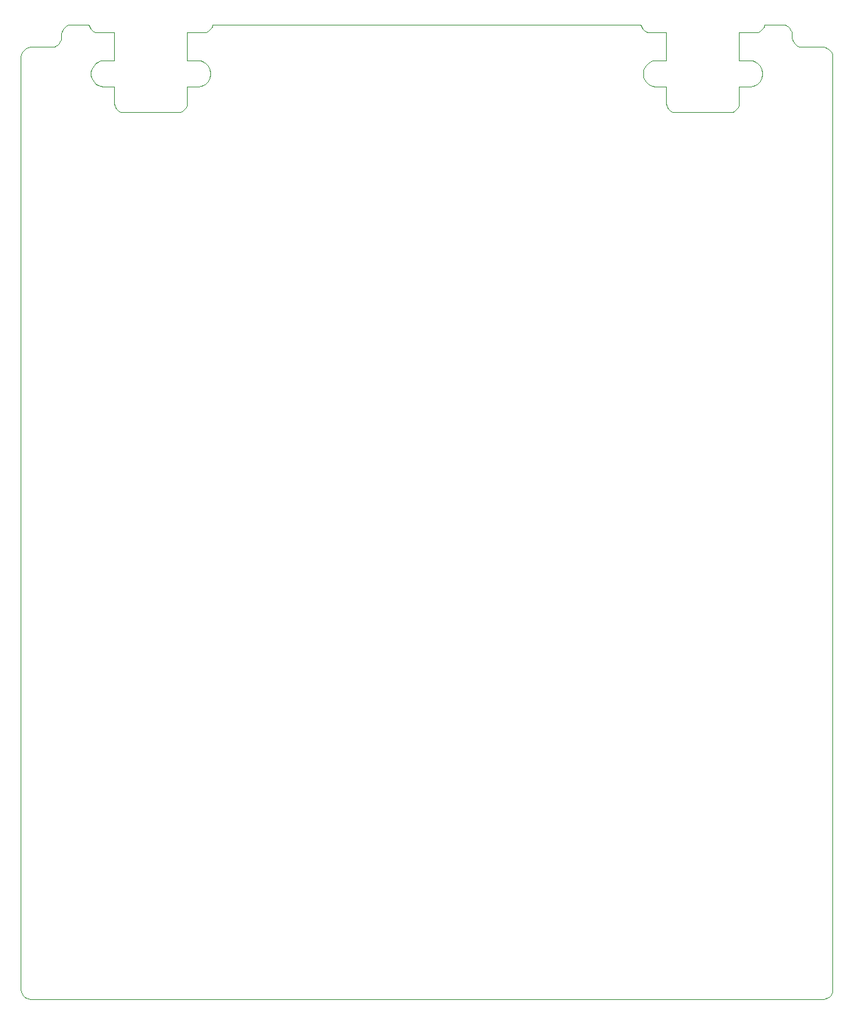
<source format=gbr>
%TF.GenerationSoftware,Altium Limited,Altium Designer,22.10.1 (41)*%
G04 Layer_Color=8388736*
%FSLAX45Y45*%
%MOMM*%
%TF.SameCoordinates,CC01BCFA-2ECF-4BF2-A349-93AF2CE8EC74*%
%TF.FilePolarity,Positive*%
%TF.FileFunction,Other,Board_Shape*%
%TF.Part,Single*%
G01*
G75*
%TA.AperFunction,NonConductor*%
%ADD51C,0.10000*%
D51*
X4385508Y12000000D02*
X4410044Y11995120D01*
X4161231Y12000000D02*
X4385508D01*
X4157965Y11983580D02*
X4161231Y12000000D01*
X4149070Y11962106D02*
X4157965Y11983580D01*
X4136157Y11942779D02*
X4149070Y11962106D01*
X4119721Y11926343D02*
X4136157Y11942779D01*
X4100394Y11913429D02*
X4119721Y11926343D01*
X4078919Y11904534D02*
X4100394Y11913429D01*
X4056122Y11900000D02*
X4078919Y11904534D01*
X3850000Y11900000D02*
X4056122D01*
X3850000Y11559100D02*
Y11900000D01*
Y11559100D02*
X3971500Y11559099D01*
X3987554Y11559100D01*
X4019045Y11552836D01*
X4048709Y11540548D01*
X4075406Y11522710D01*
X4098110Y11500006D01*
X4115949Y11473309D01*
X4128236Y11443645D01*
X4134500Y11412154D01*
X4134500Y11396100D02*
X4134500Y11412154D01*
X4134500Y11396100D02*
X4134500Y11380046D01*
X4128236Y11348554D02*
X4134500Y11380046D01*
X4115949Y11318890D02*
X4128236Y11348554D01*
X4098110Y11292193D02*
X4115949Y11318890D01*
X4075406Y11269489D02*
X4098110Y11292193D01*
X4048709Y11251651D02*
X4075406Y11269489D01*
X4019045Y11239364D02*
X4048709Y11251651D01*
X3987554Y11233100D02*
X4019045Y11239364D01*
X3971500Y11233100D02*
X3987554Y11233100D01*
X3971500D02*
Y11233100D01*
X3850000Y11233100D02*
X3971500D01*
X3850000Y11038000D02*
Y11233100D01*
Y11026377D02*
Y11038000D01*
X3845465Y11003580D02*
X3850000Y11026377D01*
X3836570Y10982106D02*
X3845465Y11003580D01*
X3823657Y10962779D02*
X3836570Y10982106D01*
X3807221Y10946343D02*
X3823657Y10962779D01*
X3787894Y10933429D02*
X3807221Y10946343D01*
X3766419Y10924534D02*
X3787894Y10933429D01*
X3743622Y10919999D02*
X3766419Y10924534D01*
X3732000Y10919999D02*
X3743622D01*
X3068000Y10920000D02*
X3732000Y10919999D01*
X3056378Y10920000D02*
X3068000Y10920000D01*
X3033581Y10924534D02*
X3056378Y10920000D01*
X3012106Y10933429D02*
X3033581Y10924534D01*
X2992779Y10946343D02*
X3012106Y10933429D01*
X2976343Y10962779D02*
X2992779Y10946343D01*
X2963430Y10982106D02*
X2976343Y10962779D01*
X2954535Y11003580D02*
X2963430Y10982106D01*
X2950000Y11026377D02*
X2954535Y11003580D01*
X2950000Y11026377D02*
X2950000Y11038000D01*
X2950000D02*
X2950000D01*
X2950000D02*
Y11233100D01*
X2828500Y11233100D02*
X2950000Y11233100D01*
X2812446D02*
X2828500Y11233100D01*
X2780955Y11239364D02*
X2812446Y11233100D01*
X2751291Y11251651D02*
X2780955Y11239364D01*
X2724593Y11269489D02*
X2751291Y11251651D01*
X2701890Y11292193D02*
X2724593Y11269489D01*
X2684051Y11318890D02*
X2701890Y11292193D01*
X2671764Y11348554D02*
X2684051Y11318890D01*
X2665500Y11380046D02*
X2671764Y11348554D01*
X2665500Y11380046D02*
X2665500Y11396100D01*
X2665500Y11412154D02*
X2665500Y11396100D01*
X2665500Y11412154D02*
X2671764Y11443645D01*
X2684051Y11473309D01*
X2701889Y11500006D01*
X2724593Y11522710D01*
X2751291Y11540548D01*
X2780955Y11552836D01*
X2812446Y11559100D01*
X2828500Y11559099D01*
Y11559100D01*
X2950000D01*
Y11900000D01*
X2743878D02*
X2950000D01*
X2721080Y11904534D02*
X2743878Y11900000D01*
X2699606Y11913429D02*
X2721080Y11904534D01*
X2680279Y11926343D02*
X2699606Y11913429D01*
X2663843Y11942779D02*
X2680279Y11926343D01*
X2650930Y11962106D02*
X2663843Y11942779D01*
X2642035Y11983580D02*
X2650930Y11962106D01*
X2638768Y12000000D02*
X2642035Y11983580D01*
X-2638769Y12000000D02*
X2638768D01*
X-2642035Y11983580D02*
X-2638769Y12000000D01*
X-2650930Y11962106D02*
X-2642035Y11983580D01*
X-2663844Y11942779D02*
X-2650930Y11962106D01*
X-2680279Y11926343D02*
X-2663844Y11942779D01*
X-2699606Y11913430D02*
X-2680279Y11926343D01*
X-2721081Y11904534D02*
X-2699606Y11913430D01*
X-2743878Y11900000D02*
X-2721081Y11904534D01*
X-2950000Y11900000D02*
X-2743878D01*
X-2950000Y11559100D02*
Y11900000D01*
Y11559100D02*
X-2828500Y11559100D01*
X-2812446Y11559100D01*
X-2780955Y11552836D01*
X-2751291Y11540549D01*
X-2724594Y11522710D01*
X-2701890Y11500006D01*
X-2684051Y11473309D01*
X-2671764Y11443645D01*
X-2665500Y11412154D01*
X-2665500Y11396100D02*
X-2665500Y11412154D01*
X-2665500Y11396100D02*
X-2665500Y11380046D01*
X-2671764Y11348555D02*
X-2665500Y11380046D01*
X-2684052Y11318890D02*
X-2671764Y11348555D01*
X-2701890Y11292194D02*
X-2684052Y11318890D01*
X-2724594Y11269490D02*
X-2701890Y11292194D01*
X-2751291Y11251651D02*
X-2724594Y11269490D01*
X-2780955Y11239364D02*
X-2751291Y11251651D01*
X-2812446Y11233100D02*
X-2780955Y11239364D01*
X-2828500Y11233100D02*
X-2812446Y11233100D01*
X-2828500D02*
Y11233100D01*
X-2950000Y11233100D02*
X-2828500D01*
X-2950000Y11038000D02*
Y11233100D01*
Y11026378D02*
Y11038000D01*
X-2954535Y11003580D02*
X-2950000Y11026378D01*
X-2963430Y10982106D02*
X-2954535Y11003580D01*
X-2976344Y10962779D02*
X-2963430Y10982106D01*
X-2992779Y10946343D02*
X-2976344Y10962779D01*
X-3012106Y10933429D02*
X-2992779Y10946343D01*
X-3033581Y10924534D02*
X-3012106Y10933429D01*
X-3056378Y10920000D02*
X-3033581Y10924534D01*
X-3068000Y10920000D02*
X-3056378D01*
X-3732000Y10920000D02*
X-3068000Y10920000D01*
X-3743622Y10920000D02*
X-3732000Y10920000D01*
X-3766419Y10924535D02*
X-3743622Y10920000D01*
X-3787894Y10933429D02*
X-3766419Y10924535D01*
X-3807221Y10946343D02*
X-3787894Y10933429D01*
X-3823657Y10962779D02*
X-3807221Y10946343D01*
X-3836570Y10982106D02*
X-3823657Y10962779D01*
X-3845466Y11003580D02*
X-3836570Y10982106D01*
X-3850000Y11026378D02*
X-3845466Y11003580D01*
X-3850000Y11026378D02*
X-3850000Y11038000D01*
X-3850000D02*
X-3850000D01*
X-3850000D02*
Y11233100D01*
X-3971500Y11233100D02*
X-3850000Y11233100D01*
X-3987554D02*
X-3971500Y11233100D01*
X-4019045Y11239364D02*
X-3987554Y11233100D01*
X-4048709Y11251651D02*
X-4019045Y11239364D01*
X-4075407Y11269490D02*
X-4048709Y11251651D01*
X-4098110Y11292193D02*
X-4075407Y11269490D01*
X-4115949Y11318890D02*
X-4098110Y11292193D01*
X-4128236Y11348555D02*
X-4115949Y11318890D01*
X-4134500Y11380046D02*
X-4128236Y11348555D01*
X-4134500Y11380046D02*
X-4134500Y11396100D01*
X-4134500Y11412154D02*
X-4134500Y11396100D01*
X-4134500Y11412154D02*
X-4128236Y11443645D01*
X-4115949Y11473309D01*
X-4098111Y11500006D01*
X-4075407Y11522711D01*
X-4048709Y11540549D01*
X-4019045Y11552836D01*
X-3987554Y11559100D01*
X-3971500Y11559100D01*
Y11559100D01*
X-3850000D01*
Y11900000D01*
X-4056122D02*
X-3850000D01*
X-4078920Y11904534D02*
X-4056122Y11900000D01*
X-4100394Y11913430D02*
X-4078920Y11904534D01*
X-4119721Y11926343D02*
X-4100394Y11913430D01*
X-4136157Y11942779D02*
X-4119721Y11926343D01*
X-4149070Y11962106D02*
X-4136157Y11942779D01*
X-4157966Y11983580D02*
X-4149070Y11962106D01*
X-4161232Y12000000D02*
X-4157966Y11983580D01*
X-4385508Y12000000D02*
X-4161232D01*
X-4410045Y11995120D02*
X-4385508Y12000000D01*
X-4433157Y11985546D02*
X-4410045Y11995120D01*
X-4453958Y11971647D02*
X-4433157Y11985546D01*
X-4471647Y11953958D02*
X-4453958Y11971647D01*
X-4485546Y11933157D02*
X-4471647Y11953958D01*
X-4495120Y11910045D02*
X-4485546Y11933157D01*
X-4500000Y11885508D02*
X-4495120Y11910045D01*
X-4500000Y11873000D02*
Y11885508D01*
X-4500000Y11850000D02*
X-4500000Y11873000D01*
X-4500612Y11837552D02*
X-4500000Y11850000D01*
X-4505469Y11813134D02*
X-4500612Y11837552D01*
X-4514996Y11790133D02*
X-4505469Y11813134D01*
X-4528828Y11769432D02*
X-4514996Y11790133D01*
X-4546432Y11751828D02*
X-4528828Y11769432D01*
X-4567133Y11737996D02*
X-4546432Y11751828D01*
X-4590134Y11728469D02*
X-4567133Y11737996D01*
X-4614552Y11723612D02*
X-4590134Y11728469D01*
X-4627000Y11723000D02*
X-4614552Y11723612D01*
X-4885508Y11723000D02*
X-4627000D01*
X-4910045Y11718120D02*
X-4885508Y11723000D01*
X-4933157Y11708546D02*
X-4910045Y11718120D01*
X-4953958Y11694647D02*
X-4933157Y11708546D01*
X-4971647Y11676958D02*
X-4953958Y11694647D01*
X-4985546Y11656157D02*
X-4971647Y11676958D01*
X-4995120Y11633045D02*
X-4985546Y11656157D01*
X-5000000Y11608508D02*
X-4995120Y11633045D01*
X-5000000Y11596000D02*
Y11608508D01*
Y127000D02*
Y11596000D01*
Y114492D02*
Y127000D01*
Y114492D02*
X-4995120Y89955D01*
X-4985546Y66843D01*
X-4971647Y46042D01*
X-4953958Y28352D01*
X-4933157Y14454D01*
X-4910045Y4880D01*
X-4885508Y0D01*
X4885508D01*
X4910044Y4880D01*
X4933157Y14454D01*
X4953958Y28352D01*
X4971647Y46042D01*
X4985546Y66843D01*
X4995119Y89955D01*
X5000000Y114492D01*
Y127000D01*
X4999999Y11596000D02*
X5000000Y127000D01*
X4999999Y11596000D02*
X4999999Y11608508D01*
X4995119Y11633045D02*
X4999999Y11608508D01*
X4985545Y11656157D02*
X4995119Y11633045D01*
X4971647Y11676958D02*
X4985545Y11656157D01*
X4953957Y11694647D02*
X4971647Y11676958D01*
X4933157Y11708546D02*
X4953957Y11694647D01*
X4910044Y11718120D02*
X4933157Y11708546D01*
X4885508Y11723000D02*
X4910044Y11718120D01*
X4873000Y11723000D02*
X4885508Y11723000D01*
X4627000Y11723000D02*
X4873000Y11723000D01*
X4614552Y11723612D02*
X4627000Y11723000D01*
X4590134Y11728469D02*
X4614552Y11723612D01*
X4567133Y11737996D02*
X4590134Y11728469D01*
X4546432Y11751828D02*
X4567133Y11737996D01*
X4528828Y11769432D02*
X4546432Y11751828D01*
X4514996Y11790133D02*
X4528828Y11769432D01*
X4505469Y11813134D02*
X4514996Y11790133D01*
X4500612Y11837552D02*
X4505469Y11813134D01*
X4500000Y11850000D02*
X4500612Y11837552D01*
X4500000Y11850000D02*
Y11873000D01*
Y11885508D01*
X4495119Y11910045D02*
X4500000Y11885508D01*
X4485546Y11933157D02*
X4495119Y11910045D01*
X4471647Y11953958D02*
X4485546Y11933157D01*
X4453958Y11971647D02*
X4471647Y11953958D01*
X4433157Y11985546D02*
X4453958Y11971647D01*
X4410044Y11995120D02*
X4433157Y11985546D01*
X4385508Y12000000D02*
X4410044Y11995120D01*
X4161231Y12000000D02*
X4385508D01*
X4157965Y11983580D02*
X4161231Y12000000D01*
X4149070Y11962106D02*
X4157965Y11983580D01*
X4136157Y11942779D02*
X4149070Y11962106D01*
X4119721Y11926343D02*
X4136157Y11942779D01*
X4100394Y11913429D02*
X4119721Y11926343D01*
X4078919Y11904534D02*
X4100394Y11913429D01*
X4056122Y11900000D02*
X4078919Y11904534D01*
X3850000Y11900000D02*
X4056122D01*
X3850000Y11559100D02*
Y11900000D01*
Y11559100D02*
X3971500Y11559099D01*
X3987554Y11559100D01*
X4019045Y11552836D01*
X4048709Y11540548D01*
X4075406Y11522710D01*
X4098110Y11500006D01*
X4115949Y11473309D01*
X4128236Y11443645D01*
X4134500Y11412154D01*
X4134500Y11396100D02*
X4134500Y11412154D01*
X4134500Y11396100D02*
X4134500Y11380046D01*
X4128236Y11348554D02*
X4134500Y11380046D01*
X4115949Y11318890D02*
X4128236Y11348554D01*
X4098110Y11292193D02*
X4115949Y11318890D01*
X4075406Y11269489D02*
X4098110Y11292193D01*
X4048709Y11251651D02*
X4075406Y11269489D01*
X4019045Y11239364D02*
X4048709Y11251651D01*
X3987554Y11233100D02*
X4019045Y11239364D01*
X3971500Y11233100D02*
X3987554Y11233100D01*
X3971500D02*
Y11233100D01*
X3850000Y11233100D02*
X3971500D01*
X3850000Y11038000D02*
Y11233100D01*
Y11026377D02*
Y11038000D01*
X3845465Y11003580D02*
X3850000Y11026377D01*
X3836570Y10982106D02*
X3845465Y11003580D01*
X3823657Y10962779D02*
X3836570Y10982106D01*
X3807221Y10946343D02*
X3823657Y10962779D01*
X3787894Y10933429D02*
X3807221Y10946343D01*
X3766419Y10924534D02*
X3787894Y10933429D01*
X3743622Y10919999D02*
X3766419Y10924534D01*
X3732000Y10919999D02*
X3743622D01*
X3068000Y10920000D02*
X3732000Y10919999D01*
X3056378Y10920000D02*
X3068000Y10920000D01*
X3033581Y10924534D02*
X3056378Y10920000D01*
X3012106Y10933429D02*
X3033581Y10924534D01*
X2992779Y10946343D02*
X3012106Y10933429D01*
X2976343Y10962779D02*
X2992779Y10946343D01*
X2963430Y10982106D02*
X2976343Y10962779D01*
X2954535Y11003580D02*
X2963430Y10982106D01*
X2950000Y11026377D02*
X2954535Y11003580D01*
X2950000Y11026377D02*
X2950000Y11038000D01*
X2950000D02*
X2950000D01*
X2950000D02*
Y11233100D01*
X2828500Y11233100D02*
X2950000Y11233100D01*
X2812446D02*
X2828500Y11233100D01*
X2780955Y11239364D02*
X2812446Y11233100D01*
X2751291Y11251651D02*
X2780955Y11239364D01*
X2724593Y11269489D02*
X2751291Y11251651D01*
X2701890Y11292193D02*
X2724593Y11269489D01*
X2684051Y11318890D02*
X2701890Y11292193D01*
X2671764Y11348554D02*
X2684051Y11318890D01*
X2665500Y11380046D02*
X2671764Y11348554D01*
X2665500Y11380046D02*
X2665500Y11396100D01*
X2665500Y11412154D02*
X2665500Y11396100D01*
X2665500Y11412154D02*
X2671764Y11443645D01*
X2684051Y11473309D01*
X2701889Y11500006D01*
X2724593Y11522710D01*
X2751291Y11540548D01*
X2780955Y11552836D01*
X2812446Y11559100D01*
X2828500Y11559099D01*
Y11559100D01*
X2950000D01*
Y11900000D01*
X2743878D02*
X2950000D01*
X2721080Y11904534D02*
X2743878Y11900000D01*
X2699606Y11913429D02*
X2721080Y11904534D01*
X2680279Y11926343D02*
X2699606Y11913429D01*
X2663843Y11942779D02*
X2680279Y11926343D01*
X2650930Y11962106D02*
X2663843Y11942779D01*
X2642035Y11983580D02*
X2650930Y11962106D01*
X2638768Y12000000D02*
X2642035Y11983580D01*
X-2638769Y12000000D02*
X2638768D01*
X-2642035Y11983580D02*
X-2638769Y12000000D01*
X-2650930Y11962106D02*
X-2642035Y11983580D01*
X-2663844Y11942779D02*
X-2650930Y11962106D01*
X-2680279Y11926343D02*
X-2663844Y11942779D01*
X-2699606Y11913430D02*
X-2680279Y11926343D01*
X-2721081Y11904534D02*
X-2699606Y11913430D01*
X-2743878Y11900000D02*
X-2721081Y11904534D01*
X-2950000Y11900000D02*
X-2743878D01*
X-2950000Y11559100D02*
Y11900000D01*
Y11559100D02*
X-2828500Y11559100D01*
X-2812446Y11559100D01*
X-2780955Y11552836D01*
X-2751291Y11540549D01*
X-2724594Y11522710D01*
X-2701890Y11500006D01*
X-2684051Y11473309D01*
X-2671764Y11443645D01*
X-2665500Y11412154D01*
X-2665500Y11396100D02*
X-2665500Y11412154D01*
X-2665500Y11396100D02*
X-2665500Y11380046D01*
X-2671764Y11348555D02*
X-2665500Y11380046D01*
X-2684052Y11318890D02*
X-2671764Y11348555D01*
X-2701890Y11292194D02*
X-2684052Y11318890D01*
X-2724594Y11269490D02*
X-2701890Y11292194D01*
X-2751291Y11251651D02*
X-2724594Y11269490D01*
X-2780955Y11239364D02*
X-2751291Y11251651D01*
X-2812446Y11233100D02*
X-2780955Y11239364D01*
X-2828500Y11233100D02*
X-2812446Y11233100D01*
X-2828500D02*
Y11233100D01*
X-2950000Y11233100D02*
X-2828500D01*
X-2950000Y11038000D02*
Y11233100D01*
Y11026378D02*
Y11038000D01*
X-2954535Y11003580D02*
X-2950000Y11026378D01*
X-2963430Y10982106D02*
X-2954535Y11003580D01*
X-2976344Y10962779D02*
X-2963430Y10982106D01*
X-2992779Y10946343D02*
X-2976344Y10962779D01*
X-3012106Y10933429D02*
X-2992779Y10946343D01*
X-3033581Y10924534D02*
X-3012106Y10933429D01*
X-3056378Y10920000D02*
X-3033581Y10924534D01*
X-3068000Y10920000D02*
X-3056378D01*
X-3732000Y10920000D02*
X-3068000Y10920000D01*
X-3743622Y10920000D02*
X-3732000Y10920000D01*
X-3766419Y10924535D02*
X-3743622Y10920000D01*
X-3787894Y10933429D02*
X-3766419Y10924535D01*
X-3807221Y10946343D02*
X-3787894Y10933429D01*
X-3823657Y10962779D02*
X-3807221Y10946343D01*
X-3836570Y10982106D02*
X-3823657Y10962779D01*
X-3845466Y11003580D02*
X-3836570Y10982106D01*
X-3850000Y11026378D02*
X-3845466Y11003580D01*
X-3850000Y11026378D02*
X-3850000Y11038000D01*
X-3850000D02*
X-3850000D01*
X-3850000D02*
Y11233100D01*
X-3971500Y11233100D02*
X-3850000Y11233100D01*
X-3987554D02*
X-3971500Y11233100D01*
X-4019045Y11239364D02*
X-3987554Y11233100D01*
X-4048709Y11251651D02*
X-4019045Y11239364D01*
X-4075407Y11269490D02*
X-4048709Y11251651D01*
X-4098110Y11292193D02*
X-4075407Y11269490D01*
X-4115949Y11318890D02*
X-4098110Y11292193D01*
X-4128236Y11348555D02*
X-4115949Y11318890D01*
X-4134500Y11380046D02*
X-4128236Y11348555D01*
X-4134500Y11380046D02*
X-4134500Y11396100D01*
X-4134500Y11412154D02*
X-4134500Y11396100D01*
X-4134500Y11412154D02*
X-4128236Y11443645D01*
X-4115949Y11473309D01*
X-4098111Y11500006D01*
X-4075407Y11522711D01*
X-4048709Y11540549D01*
X-4019045Y11552836D01*
X-3987554Y11559100D01*
X-3971500Y11559100D01*
Y11559100D01*
X-3850000D01*
Y11900000D01*
X-4056122D02*
X-3850000D01*
X-4078920Y11904534D02*
X-4056122Y11900000D01*
X-4100394Y11913430D02*
X-4078920Y11904534D01*
X-4119721Y11926343D02*
X-4100394Y11913430D01*
X-4136157Y11942779D02*
X-4119721Y11926343D01*
X-4149070Y11962106D02*
X-4136157Y11942779D01*
X-4157966Y11983580D02*
X-4149070Y11962106D01*
X-4161232Y12000000D02*
X-4157966Y11983580D01*
X-4385508Y12000000D02*
X-4161232D01*
X-4410045Y11995120D02*
X-4385508Y12000000D01*
X-4433157Y11985546D02*
X-4410045Y11995120D01*
X-4453958Y11971647D02*
X-4433157Y11985546D01*
X-4471647Y11953958D02*
X-4453958Y11971647D01*
X-4485546Y11933157D02*
X-4471647Y11953958D01*
X-4495120Y11910045D02*
X-4485546Y11933157D01*
X-4500000Y11885508D02*
X-4495120Y11910045D01*
X-4500000Y11873000D02*
Y11885508D01*
X-4500000Y11850000D02*
X-4500000Y11873000D01*
X-4500612Y11837552D02*
X-4500000Y11850000D01*
X-4505469Y11813134D02*
X-4500612Y11837552D01*
X-4514996Y11790133D02*
X-4505469Y11813134D01*
X-4528828Y11769432D02*
X-4514996Y11790133D01*
X-4546432Y11751828D02*
X-4528828Y11769432D01*
X-4567133Y11737996D02*
X-4546432Y11751828D01*
X-4590134Y11728469D02*
X-4567133Y11737996D01*
X-4614552Y11723612D02*
X-4590134Y11728469D01*
X-4627000Y11723000D02*
X-4614552Y11723612D01*
X-4885508Y11723000D02*
X-4627000D01*
X-4910045Y11718120D02*
X-4885508Y11723000D01*
X-4933157Y11708546D02*
X-4910045Y11718120D01*
X-4953958Y11694647D02*
X-4933157Y11708546D01*
X-4971647Y11676958D02*
X-4953958Y11694647D01*
X-4985546Y11656157D02*
X-4971647Y11676958D01*
X-4995120Y11633045D02*
X-4985546Y11656157D01*
X-5000000Y11608508D02*
X-4995120Y11633045D01*
X-5000000Y11596000D02*
Y11608508D01*
Y127000D02*
Y11596000D01*
Y114492D02*
Y127000D01*
Y114492D02*
X-4995120Y89955D01*
X-4985546Y66843D01*
X-4971647Y46042D01*
X-4953958Y28352D01*
X-4933157Y14454D01*
X-4910045Y4880D01*
X-4885508Y0D01*
X4885508D01*
X4910044Y4880D01*
X4933157Y14454D01*
X4953958Y28352D01*
X4971647Y46042D01*
X4985546Y66843D01*
X4995119Y89955D01*
X5000000Y114492D01*
Y127000D01*
X4999999Y11596000D02*
X5000000Y127000D01*
X4999999Y11596000D02*
X4999999Y11608508D01*
X4995119Y11633045D02*
X4999999Y11608508D01*
X4985545Y11656157D02*
X4995119Y11633045D01*
X4971647Y11676958D02*
X4985545Y11656157D01*
X4953957Y11694647D02*
X4971647Y11676958D01*
X4933157Y11708546D02*
X4953957Y11694647D01*
X4910044Y11718120D02*
X4933157Y11708546D01*
X4885508Y11723000D02*
X4910044Y11718120D01*
X4873000Y11723000D02*
X4885508Y11723000D01*
X4627000Y11723000D02*
X4873000Y11723000D01*
X4614552Y11723612D02*
X4627000Y11723000D01*
X4590134Y11728469D02*
X4614552Y11723612D01*
X4567133Y11737996D02*
X4590134Y11728469D01*
X4546432Y11751828D02*
X4567133Y11737996D01*
X4528828Y11769432D02*
X4546432Y11751828D01*
X4514996Y11790133D02*
X4528828Y11769432D01*
X4505469Y11813134D02*
X4514996Y11790133D01*
X4500612Y11837552D02*
X4505469Y11813134D01*
X4500000Y11850000D02*
X4500612Y11837552D01*
X4500000Y11850000D02*
Y11873000D01*
Y11885508D01*
X4495119Y11910045D02*
X4500000Y11885508D01*
X4485546Y11933157D02*
X4495119Y11910045D01*
X4471647Y11953958D02*
X4485546Y11933157D01*
X4453958Y11971647D02*
X4471647Y11953958D01*
X4433157Y11985546D02*
X4453958Y11971647D01*
X4410044Y11995120D02*
X4433157Y11985546D01*
%TF.MD5,3146dd2cea1fb6af1e5e402d3b0bacdb*%
M02*

</source>
